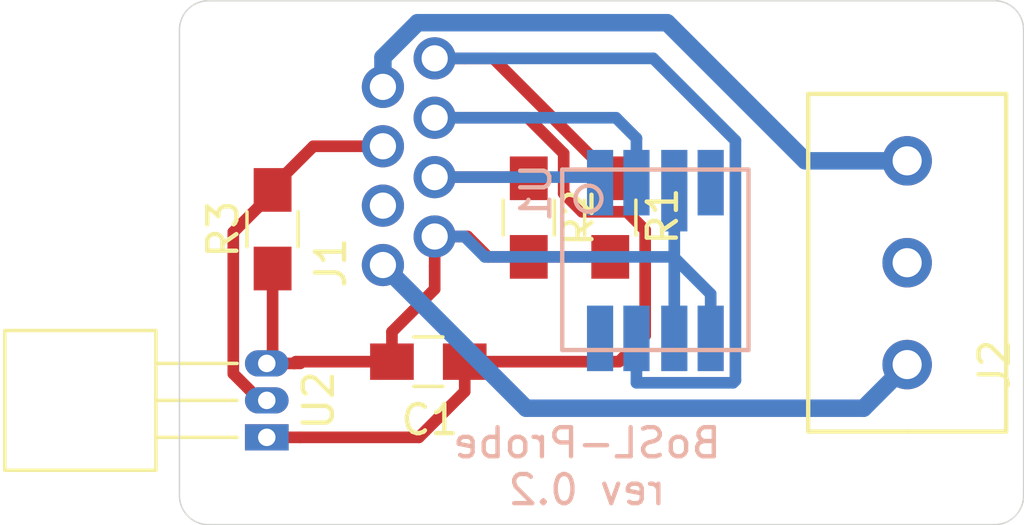
<source format=kicad_pcb>
(kicad_pcb (version 20171130) (host pcbnew "(5.1.5)-3")

  (general
    (thickness 1.6)
    (drawings 10)
    (tracks 68)
    (zones 0)
    (modules 8)
    (nets 8)
  )

  (page A4)
  (layers
    (0 F.Cu signal)
    (31 B.Cu signal)
    (32 B.Adhes user)
    (33 F.Adhes user)
    (34 B.Paste user)
    (35 F.Paste user)
    (36 B.SilkS user)
    (37 F.SilkS user)
    (38 B.Mask user)
    (39 F.Mask user)
    (40 Dwgs.User user)
    (41 Cmts.User user)
    (42 Eco1.User user)
    (43 Eco2.User user)
    (44 Edge.Cuts user)
    (45 Margin user)
    (46 B.CrtYd user)
    (47 F.CrtYd user)
    (48 B.Fab user hide)
    (49 F.Fab user hide)
  )

  (setup
    (last_trace_width 0.25)
    (user_trace_width 0.4)
    (user_trace_width 0.6)
    (trace_clearance 0.2)
    (zone_clearance 0.508)
    (zone_45_only no)
    (trace_min 0.2)
    (via_size 0.8)
    (via_drill 0.4)
    (via_min_size 0.4)
    (via_min_drill 0.3)
    (uvia_size 0.3)
    (uvia_drill 0.1)
    (uvias_allowed no)
    (uvia_min_size 0.2)
    (uvia_min_drill 0.1)
    (edge_width 0.05)
    (segment_width 0.2)
    (pcb_text_width 0.3)
    (pcb_text_size 1.5 1.5)
    (mod_edge_width 0.12)
    (mod_text_size 1 1)
    (mod_text_width 0.15)
    (pad_size 2.2 2.2)
    (pad_drill 1.7)
    (pad_to_mask_clearance 0.051)
    (solder_mask_min_width 0.25)
    (aux_axis_origin 0 0)
    (visible_elements 7FFFFFFF)
    (pcbplotparams
      (layerselection 0x010fc_ffffffff)
      (usegerberextensions false)
      (usegerberattributes false)
      (usegerberadvancedattributes false)
      (creategerberjobfile false)
      (excludeedgelayer true)
      (linewidth 0.100000)
      (plotframeref false)
      (viasonmask false)
      (mode 1)
      (useauxorigin false)
      (hpglpennumber 1)
      (hpglpenspeed 20)
      (hpglpendiameter 15.000000)
      (psnegative false)
      (psa4output false)
      (plotreference true)
      (plotvalue true)
      (plotinvisibletext false)
      (padsonsilk false)
      (subtractmaskfromsilk false)
      (outputformat 1)
      (mirror false)
      (drillshape 0)
      (scaleselection 1)
      (outputdirectory "../../Production Files/Gerber/"))
  )

  (net 0 "")
  (net 1 Green)
  (net 2 Orange)
  (net 3 A0)
  (net 4 A3)
  (net 5 Blue)
  (net 6 BlueHalf)
  (net 7 Brown)

  (net_class Default "This is the default net class."
    (clearance 0.2)
    (trace_width 0.25)
    (via_dia 0.8)
    (via_drill 0.4)
    (uvia_dia 0.3)
    (uvia_drill 0.1)
    (add_net A0)
    (add_net A3)
    (add_net Blue)
    (add_net BlueHalf)
    (add_net Brown)
    (add_net Green)
    (add_net Orange)
  )

  (module Project:MS5803 (layer B.Cu) (tedit 5D82E3A2) (tstamp 5D8C1521)
    (at 116.35 100 90)
    (path /5D58BA7C)
    (fp_text reference U1 (at 2.4 -4.1 270) (layer B.SilkS)
      (effects (font (size 1 1) (thickness 0.15)) (justify mirror))
    )
    (fp_text value MS5803-01BA (at 0 3.9 270) (layer B.Fab)
      (effects (font (size 1 1) (thickness 0.15)) (justify mirror))
    )
    (fp_line (start -3 -3.2) (end -3 3.2) (layer B.SilkS) (width 0.15))
    (fp_line (start -3 3.2) (end 3.2 3.2) (layer B.SilkS) (width 0.15))
    (fp_line (start 3.2 3.2) (end 3.2 -3.2) (layer B.SilkS) (width 0.15))
    (fp_line (start 3.2 -3.2) (end -3 -3.2) (layer B.SilkS) (width 0.15))
    (fp_circle (center 2.2 -2.3) (end 2.6 -2.5) (layer B.SilkS) (width 0.15))
    (pad 8 smd rect (at -2.6 -1.9 90) (size 2.25 0.9) (layers B.Cu B.Paste B.Mask)
      (solder_mask_margin 0.1))
    (pad 7 smd rect (at -2.6 -0.65 90) (size 2.25 0.9) (layers B.Cu B.Paste B.Mask)
      (net 7 Brown) (solder_mask_margin 0.1))
    (pad 6 smd rect (at -2.6 0.65 90) (size 2.25 0.9) (layers B.Cu B.Paste B.Mask)
      (net 2 Orange) (solder_mask_margin 0.1))
    (pad 5 smd rect (at -2.6 1.9 90) (size 2.25 0.9) (layers B.Cu B.Paste B.Mask)
      (net 2 Orange) (solder_mask_margin 0.1))
    (pad 1 smd rect (at 2.75 -1.9 90) (size 2.25 0.9) (layers B.Cu B.Paste B.Mask)
      (net 5 Blue) (solder_mask_margin 0.1))
    (pad 2 smd rect (at 2.75 -0.65 90) (size 2.25 0.9) (layers B.Cu B.Paste B.Mask)
      (net 1 Green) (solder_mask_margin 0.1))
    (pad 3 smd rect (at 2.475 0.65 90) (size 2.8 0.9) (layers B.Cu B.Paste B.Mask)
      (net 2 Orange) (solder_mask_margin 0.1))
    (pad 4 smd rect (at 2.75 1.9 90) (size 2.25 0.9) (layers B.Cu B.Paste B.Mask)
      (solder_mask_margin 0.1))
    (model ${KIPRJMOD}/Component/Project.pretty/MS5803.wrl
      (at (xyz 0 0 0))
      (scale (xyz 1 1 1))
      (rotate (xyz 0 0 0))
    )
  )

  (module Capacitors_SMD:C_0805_HandSoldering (layer F.Cu) (tedit 58AA84A8) (tstamp 5D8C14C5)
    (at 108.55 103.4)
    (descr "Capacitor SMD 0805, hand soldering")
    (tags "capacitor 0805")
    (path /5D55F20D)
    (attr smd)
    (fp_text reference C1 (at 0.05 2) (layer F.SilkS)
      (effects (font (size 1 1) (thickness 0.15)))
    )
    (fp_text value 100nF (at 0 1.75) (layer F.Fab)
      (effects (font (size 1 1) (thickness 0.15)))
    )
    (fp_line (start 2.25 0.87) (end -2.25 0.87) (layer F.CrtYd) (width 0.05))
    (fp_line (start 2.25 0.87) (end 2.25 -0.88) (layer F.CrtYd) (width 0.05))
    (fp_line (start -2.25 -0.88) (end -2.25 0.87) (layer F.CrtYd) (width 0.05))
    (fp_line (start -2.25 -0.88) (end 2.25 -0.88) (layer F.CrtYd) (width 0.05))
    (fp_line (start -0.5 0.85) (end 0.5 0.85) (layer F.SilkS) (width 0.12))
    (fp_line (start 0.5 -0.85) (end -0.5 -0.85) (layer F.SilkS) (width 0.12))
    (fp_line (start -1 -0.62) (end 1 -0.62) (layer F.Fab) (width 0.1))
    (fp_line (start 1 -0.62) (end 1 0.62) (layer F.Fab) (width 0.1))
    (fp_line (start 1 0.62) (end -1 0.62) (layer F.Fab) (width 0.1))
    (fp_line (start -1 0.62) (end -1 -0.62) (layer F.Fab) (width 0.1))
    (fp_text user %R (at 0 -1.75) (layer F.Fab)
      (effects (font (size 1 1) (thickness 0.15)))
    )
    (pad 2 smd rect (at 1.25 0) (size 1.5 1.25) (layers F.Cu F.Paste F.Mask)
      (net 1 Green))
    (pad 1 smd rect (at -1.25 0) (size 1.5 1.25) (layers F.Cu F.Paste F.Mask)
      (net 2 Orange))
    (model Capacitors_SMD.3dshapes/C_0805.wrl
      (at (xyz 0 0 0))
      (scale (xyz 1 1 1))
      (rotate (xyz 0 0 0))
    )
    (model ${KISYS3DMOD}/Capacitor_SMD.3dshapes/C_0805_2012Metric.wrl
      (at (xyz 0 0 0))
      (scale (xyz 1 1 1))
      (rotate (xyz 0 0 0))
    )
  )

  (module Project:RJ_45 (layer F.Cu) (tedit 5D82B9D1) (tstamp 5D8C14DD)
    (at 107 100.09 270)
    (path /5D54DE2A)
    (fp_text reference J1 (at -0.09 1.8 90) (layer F.SilkS)
      (effects (font (size 1 1) (thickness 0.15)))
    )
    (fp_text value 8P8C_Shielded (at -4 -3.4 90) (layer F.Fab)
      (effects (font (size 1 1) (thickness 0.15)))
    )
    (pad 2 thru_hole circle (at -0.99 -1.768 270) (size 1.45 1.45) (drill 0.9) (layers *.Cu *.Mask)
      (net 2 Orange))
    (pad 4 thru_hole circle (at -3.03 -1.768 270) (size 1.45 1.45) (drill 0.9) (layers *.Cu *.Mask)
      (net 5 Blue))
    (pad 6 thru_hole circle (at -5.07 -1.768 270) (size 1.45 1.45) (drill 0.9) (layers *.Cu *.Mask)
      (net 1 Green))
    (pad 8 thru_hole circle (at -7.11 -1.768 270) (size 1.45 1.45) (drill 0.9) (layers *.Cu *.Mask)
      (net 7 Brown))
    (pad 1 thru_hole circle (at -0.01 0.01 270) (size 1.45 1.45) (drill 0.9) (layers *.Cu *.Mask)
      (net 3 A0))
    (pad 7 thru_hole circle (at -6.13 0.01 270) (size 1.45 1.45) (drill 0.9) (layers *.Cu *.Mask)
      (net 4 A3))
    (pad 3 thru_hole circle (at -2.05 0.01 270) (size 1.45 1.45) (drill 0.9) (layers *.Cu *.Mask))
    (pad 5 thru_hole circle (at -4.09 0.01 270) (size 1.45 1.45) (drill 0.9) (layers *.Cu *.Mask)
      (net 6 BlueHalf))
  )

  (module Resistors_SMD:R_0805_HandSoldering (layer F.Cu) (tedit 58E0A804) (tstamp 5D8C14EE)
    (at 114.8 98.45 90)
    (descr "Resistor SMD 0805, hand soldering")
    (tags "resistor 0805")
    (path /5D55F5AF)
    (attr smd)
    (fp_text reference R1 (at 0.05 1.8 90) (layer F.SilkS)
      (effects (font (size 1 1) (thickness 0.15)))
    )
    (fp_text value "10 kΩ" (at 0 1.75 90) (layer F.Fab)
      (effects (font (size 1 1) (thickness 0.15)))
    )
    (fp_line (start 2.35 0.9) (end -2.35 0.9) (layer F.CrtYd) (width 0.05))
    (fp_line (start 2.35 0.9) (end 2.35 -0.9) (layer F.CrtYd) (width 0.05))
    (fp_line (start -2.35 -0.9) (end -2.35 0.9) (layer F.CrtYd) (width 0.05))
    (fp_line (start -2.35 -0.9) (end 2.35 -0.9) (layer F.CrtYd) (width 0.05))
    (fp_line (start -0.6 -0.88) (end 0.6 -0.88) (layer F.SilkS) (width 0.12))
    (fp_line (start 0.6 0.88) (end -0.6 0.88) (layer F.SilkS) (width 0.12))
    (fp_line (start -1 -0.62) (end 1 -0.62) (layer F.Fab) (width 0.1))
    (fp_line (start 1 -0.62) (end 1 0.62) (layer F.Fab) (width 0.1))
    (fp_line (start 1 0.62) (end -1 0.62) (layer F.Fab) (width 0.1))
    (fp_line (start -1 0.62) (end -1 -0.62) (layer F.Fab) (width 0.1))
    (fp_text user %R (at 0 0 90) (layer F.Fab)
      (effects (font (size 0.5 0.5) (thickness 0.075)))
    )
    (pad 2 smd rect (at 1.35 0 90) (size 1.5 1.3) (layers F.Cu F.Paste F.Mask)
      (net 7 Brown))
    (pad 1 smd rect (at -1.35 0 90) (size 1.5 1.3) (layers F.Cu F.Paste F.Mask)
      (net 2 Orange))
    (model ${KISYS3DMOD}/Resistors_SMD.3dshapes/R_0805.wrl
      (at (xyz 0 0 0))
      (scale (xyz 1 1 1))
      (rotate (xyz 0 0 0))
    )
    (model ${KISYS3DMOD}/Resistor_SMD.3dshapes/R_0805_2012Metric.wrl
      (at (xyz 0 0 0))
      (scale (xyz 1 1 1))
      (rotate (xyz 0 0 0))
    )
  )

  (module Resistors_SMD:R_0805_HandSoldering (layer F.Cu) (tedit 58E0A804) (tstamp 5D8C14FF)
    (at 112 98.45 270)
    (descr "Resistor SMD 0805, hand soldering")
    (tags "resistor 0805")
    (path /5D55FE88)
    (attr smd)
    (fp_text reference R2 (at 0 -1.7 90) (layer F.SilkS)
      (effects (font (size 1 1) (thickness 0.15)))
    )
    (fp_text value "10 kΩ" (at 0 1.75 90) (layer F.Fab)
      (effects (font (size 1 1) (thickness 0.15)))
    )
    (fp_text user %R (at 0 0 90) (layer F.Fab)
      (effects (font (size 0.5 0.5) (thickness 0.075)))
    )
    (fp_line (start -1 0.62) (end -1 -0.62) (layer F.Fab) (width 0.1))
    (fp_line (start 1 0.62) (end -1 0.62) (layer F.Fab) (width 0.1))
    (fp_line (start 1 -0.62) (end 1 0.62) (layer F.Fab) (width 0.1))
    (fp_line (start -1 -0.62) (end 1 -0.62) (layer F.Fab) (width 0.1))
    (fp_line (start 0.6 0.88) (end -0.6 0.88) (layer F.SilkS) (width 0.12))
    (fp_line (start -0.6 -0.88) (end 0.6 -0.88) (layer F.SilkS) (width 0.12))
    (fp_line (start -2.35 -0.9) (end 2.35 -0.9) (layer F.CrtYd) (width 0.05))
    (fp_line (start -2.35 -0.9) (end -2.35 0.9) (layer F.CrtYd) (width 0.05))
    (fp_line (start 2.35 0.9) (end 2.35 -0.9) (layer F.CrtYd) (width 0.05))
    (fp_line (start 2.35 0.9) (end -2.35 0.9) (layer F.CrtYd) (width 0.05))
    (pad 1 smd rect (at -1.35 0 270) (size 1.5 1.3) (layers F.Cu F.Paste F.Mask)
      (net 5 Blue))
    (pad 2 smd rect (at 1.35 0 270) (size 1.5 1.3) (layers F.Cu F.Paste F.Mask)
      (net 2 Orange))
    (model ${KISYS3DMOD}/Resistors_SMD.3dshapes/R_0805.wrl
      (at (xyz 0 0 0))
      (scale (xyz 1 1 1))
      (rotate (xyz 0 0 0))
    )
    (model ${KISYS3DMOD}/Resistor_SMD.3dshapes/R_0805_2012Metric.wrl
      (at (xyz 0 0 0))
      (scale (xyz 1 1 1))
      (rotate (xyz 0 0 0))
    )
  )

  (module Resistors_SMD:R_0805_HandSoldering (layer F.Cu) (tedit 58E0A804) (tstamp 5D8C1510)
    (at 103.2 98.85 90)
    (descr "Resistor SMD 0805, hand soldering")
    (tags "resistor 0805")
    (path /5D56B6B6)
    (attr smd)
    (fp_text reference R3 (at 0 -1.7 90) (layer F.SilkS)
      (effects (font (size 1 1) (thickness 0.15)))
    )
    (fp_text value "4.7 kΩ" (at 0 1.75 90) (layer F.Fab)
      (effects (font (size 1 1) (thickness 0.15)))
    )
    (fp_line (start 2.35 0.9) (end -2.35 0.9) (layer F.CrtYd) (width 0.05))
    (fp_line (start 2.35 0.9) (end 2.35 -0.9) (layer F.CrtYd) (width 0.05))
    (fp_line (start -2.35 -0.9) (end -2.35 0.9) (layer F.CrtYd) (width 0.05))
    (fp_line (start -2.35 -0.9) (end 2.35 -0.9) (layer F.CrtYd) (width 0.05))
    (fp_line (start -0.6 -0.88) (end 0.6 -0.88) (layer F.SilkS) (width 0.12))
    (fp_line (start 0.6 0.88) (end -0.6 0.88) (layer F.SilkS) (width 0.12))
    (fp_line (start -1 -0.62) (end 1 -0.62) (layer F.Fab) (width 0.1))
    (fp_line (start 1 -0.62) (end 1 0.62) (layer F.Fab) (width 0.1))
    (fp_line (start 1 0.62) (end -1 0.62) (layer F.Fab) (width 0.1))
    (fp_line (start -1 0.62) (end -1 -0.62) (layer F.Fab) (width 0.1))
    (fp_text user %R (at 0 0 90) (layer F.Fab)
      (effects (font (size 0.5 0.5) (thickness 0.075)))
    )
    (pad 2 smd rect (at 1.35 0 90) (size 1.5 1.3) (layers F.Cu F.Paste F.Mask)
      (net 6 BlueHalf))
    (pad 1 smd rect (at -1.35 0 90) (size 1.5 1.3) (layers F.Cu F.Paste F.Mask)
      (net 2 Orange))
    (model ${KISYS3DMOD}/Resistors_SMD.3dshapes/R_0805.wrl
      (at (xyz 0 0 0))
      (scale (xyz 1 1 1))
      (rotate (xyz 0 0 0))
    )
    (model ${KISYS3DMOD}/Resistor_SMD.3dshapes/R_0805_2012Metric.wrl
      (at (xyz 0 0 0))
      (scale (xyz 1 1 1))
      (rotate (xyz 0 0 0))
    )
  )

  (module TO_SOT_Packages_THT:TO-92_Horizontal2_Inline_Narrow_Oval (layer F.Cu) (tedit 58CE52AF) (tstamp 5D8C153B)
    (at 103 106 90)
    (descr "TO-92 horizontal, leads in-line, narrow, oval pads, drill 0.6mm (see NXP sot054_po.pdf)")
    (tags "to-92 sc-43 sc-43a sot54 PA33 transistor")
    (path /5D568B46)
    (fp_text reference U2 (at 1.27 1.78 90) (layer F.SilkS)
      (effects (font (size 1 1) (thickness 0.15)))
    )
    (fp_text value DS18B20 (at 1.27 -10.03 90) (layer F.Fab)
      (effects (font (size 1 1) (thickness 0.15)))
    )
    (fp_line (start 3.81 1) (end -1.27 1) (layer F.CrtYd) (width 0.05))
    (fp_line (start 3.81 1) (end 3.81 -9.14) (layer F.CrtYd) (width 0.05))
    (fp_line (start -1.27 -9.14) (end -1.27 1) (layer F.CrtYd) (width 0.05))
    (fp_line (start -1.27 -9.14) (end 3.81 -9.14) (layer F.CrtYd) (width 0.05))
    (fp_line (start -1.13 -9) (end -1.13 -3.81) (layer F.SilkS) (width 0.12))
    (fp_line (start 3.67 -9) (end -1.13 -9) (layer F.SilkS) (width 0.12))
    (fp_line (start 3.67 -3.81) (end 3.67 -9) (layer F.SilkS) (width 0.12))
    (fp_line (start -1.13 -3.81) (end 3.67 -3.81) (layer F.SilkS) (width 0.12))
    (fp_line (start 2.54 -1.02) (end 2.54 -3.81) (layer F.SilkS) (width 0.12))
    (fp_line (start 1.27 -1.02) (end 1.27 -3.81) (layer F.SilkS) (width 0.12))
    (fp_line (start 0 -1.02) (end 0 -3.81) (layer F.SilkS) (width 0.12))
    (fp_line (start 3.56 -8.89) (end -1.02 -8.89) (layer F.Fab) (width 0.1))
    (fp_line (start 3.56 -3.94) (end 3.56 -8.89) (layer F.Fab) (width 0.1))
    (fp_line (start -1.02 -3.94) (end 3.56 -3.94) (layer F.Fab) (width 0.1))
    (fp_line (start -1.02 -8.89) (end -1.02 -3.94) (layer F.Fab) (width 0.1))
    (fp_line (start 0 -3.94) (end 0 -1.02) (layer F.Fab) (width 0.1))
    (fp_line (start 1.27 -3.94) (end 1.27 -1.02) (layer F.Fab) (width 0.1))
    (fp_line (start 2.54 -3.94) (end 2.54 -1.02) (layer F.Fab) (width 0.1))
    (fp_text user %R (at 1.27 1.78 90) (layer F.Fab)
      (effects (font (size 1 1) (thickness 0.15)))
    )
    (pad 1 thru_hole rect (at 0 0 270) (size 0.9 1.5) (drill 0.6) (layers *.Cu *.Mask)
      (net 1 Green))
    (pad 3 thru_hole oval (at 2.54 0 270) (size 0.9 1.5) (drill 0.6) (layers *.Cu *.Mask)
      (net 2 Orange))
    (pad 2 thru_hole oval (at 1.27 0 270) (size 0.9 1.5) (drill 0.6) (layers *.Cu *.Mask)
      (net 6 BlueHalf))
    (model ${KISYS3DMOD}/TO_SOT_Packages_THT.3dshapes/TO-92_Horizontal2_Inline_Narrow_Oval.wrl
      (offset (xyz 1.269999980926514 0 0))
      (scale (xyz 1 1 1))
      (rotate (xyz 0 0 90))
    )
    (model ${KISYS3DMOD}/Package_TO_SOT_THT.3dshapes/TO-92_Inline_Horizontal2.wrl
      (at (xyz 0 0 0))
      (scale (xyz 1 1 1))
      (rotate (xyz 0 0 0))
    )
  )

  (module Project:Screw_Terminals_1x3_3.5mm (layer F.Cu) (tedit 5DD1EF07) (tstamp 5DD1F03E)
    (at 125 103.5 90)
    (path /5DCE746A)
    (fp_text reference J2 (at 0 3 90) (layer F.SilkS)
      (effects (font (size 1 1) (thickness 0.15)))
    )
    (fp_text value Screw_Terminal_01x03 (at 8.3 -4.4 90) (layer F.Fab)
      (effects (font (size 1 1) (thickness 0.15)))
    )
    (fp_line (start -2.3 0) (end -2.3 3.4) (layer F.SilkS) (width 0.15))
    (fp_line (start -2.3 3.4) (end 9.3 3.4) (layer F.SilkS) (width 0.15))
    (fp_line (start 9.3 3.4) (end 9.3 -3.4) (layer F.SilkS) (width 0.15))
    (fp_line (start 9.3 -3.4) (end -2.3 -3.4) (layer F.SilkS) (width 0.15))
    (fp_line (start -2.3 -3.4) (end -2.3 0) (layer F.SilkS) (width 0.15))
    (pad 3 thru_hole circle (at 7 0 90) (size 1.7 1.7) (drill 1) (layers *.Cu *.Mask)
      (net 4 A3))
    (pad 1 thru_hole circle (at 0 0 90) (size 1.7 1.7) (drill 1) (layers *.Cu *.Mask)
      (net 3 A0))
    (pad 2 thru_hole circle (at 3.5 0 90) (size 1.7 1.7) (drill 1) (layers *.Cu *.Mask))
  )

  (gr_text "BoSL-Probe\nrev 0.2" (at 114 107) (layer B.SilkS)
    (effects (font (size 1 1) (thickness 0.15)) (justify mirror))
  )
  (gr_arc (start 128 92) (end 129 92) (angle -90) (layer Edge.Cuts) (width 0.05))
  (gr_arc (start 128 108) (end 128 109) (angle -90) (layer Edge.Cuts) (width 0.05))
  (gr_arc (start 101 108) (end 100 108) (angle -90) (layer Edge.Cuts) (width 0.05))
  (gr_arc (start 101 92) (end 101 91) (angle -90) (layer Edge.Cuts) (width 0.05))
  (gr_line (start 129 92) (end 129 108) (layer Edge.Cuts) (width 0.05) (tstamp 5D955396))
  (gr_line (start 101 109) (end 128 109) (layer Edge.Cuts) (width 0.05))
  (gr_line (start 100 100) (end 100 108) (layer Edge.Cuts) (width 0.05))
  (gr_line (start 101 91) (end 128 91) (layer Edge.Cuts) (width 0.05))
  (gr_line (start 100 100) (end 100 92) (layer Edge.Cuts) (width 0.05))

  (segment (start 115.7 95.725) (end 115.7 97.25) (width 0.4) (layer B.Cu) (net 1) (status 20))
  (segment (start 114.995 95.02) (end 115.7 95.725) (width 0.4) (layer B.Cu) (net 1))
  (segment (start 108.768 95.02) (end 114.995 95.02) (width 0.4) (layer B.Cu) (net 1) (status 10))
  (segment (start 104.15 106) (end 103 106) (width 0.4) (layer F.Cu) (net 1) (status 20))
  (segment (start 108.225 106) (end 104.15 106) (width 0.4) (layer F.Cu) (net 1))
  (segment (start 109.8 104.425) (end 108.225 106) (width 0.4) (layer F.Cu) (net 1))
  (segment (start 109.8 103.4) (end 109.8 104.425) (width 0.4) (layer F.Cu) (net 1) (status 10))
  (segment (start 113.2 96.248542) (end 111.971458 95.02) (width 0.4) (layer F.Cu) (net 1))
  (segment (start 111.971458 95.02) (end 108.768 95.02) (width 0.4) (layer F.Cu) (net 1) (status 20))
  (segment (start 113.2 97.620002) (end 113.2 96.248542) (width 0.4) (layer F.Cu) (net 1))
  (segment (start 116 102.5) (end 116 98.879998) (width 0.4) (layer F.Cu) (net 1))
  (segment (start 109.8 103.4) (end 115.1 103.4) (width 0.4) (layer F.Cu) (net 1) (status 10))
  (segment (start 116 98.879998) (end 115.370003 98.250001) (width 0.4) (layer F.Cu) (net 1))
  (segment (start 115.1 103.4) (end 116 102.5) (width 0.4) (layer F.Cu) (net 1))
  (segment (start 115.370003 98.250001) (end 113.829999 98.250001) (width 0.4) (layer F.Cu) (net 1))
  (segment (start 113.829999 98.250001) (end 113.2 97.620002) (width 0.4) (layer F.Cu) (net 1))
  (segment (start 117 99.825) (end 117 99.8) (width 0.4) (layer B.Cu) (net 2))
  (segment (start 118.25 101.075) (end 117 99.825) (width 0.4) (layer B.Cu) (net 2))
  (segment (start 118.25 102.6) (end 118.25 101.075) (width 0.4) (layer B.Cu) (net 2) (status 10))
  (segment (start 117 102.6) (end 117 99.8) (width 0.4) (layer B.Cu) (net 2) (status 10))
  (segment (start 117 99.8) (end 117 97.525) (width 0.4) (layer B.Cu) (net 2) (status 20))
  (segment (start 110.493304 99.8) (end 117 99.8) (width 0.4) (layer B.Cu) (net 2))
  (segment (start 109.793304 99.1) (end 110.493304 99.8) (width 0.4) (layer B.Cu) (net 2))
  (segment (start 108.768 99.1) (end 109.793304 99.1) (width 0.4) (layer B.Cu) (net 2) (status 10))
  (segment (start 108.768 99.1) (end 108.768 100.125304) (width 0.4) (layer F.Cu) (net 2) (status 10))
  (segment (start 104 103.4) (end 103.94 103.46) (width 0.4) (layer F.Cu) (net 2))
  (segment (start 107.3 103.4) (end 104 103.4) (width 0.4) (layer F.Cu) (net 2) (status 10))
  (segment (start 104.15 103.46) (end 103.94 103.46) (width 0.4) (layer F.Cu) (net 2))
  (segment (start 103.94 103.46) (end 103 103.46) (width 0.4) (layer F.Cu) (net 2) (status 20))
  (segment (start 108.768 100.907) (end 108.768 100.125304) (width 0.4) (layer F.Cu) (net 2))
  (segment (start 107.3 102.375) (end 108.768 100.907) (width 0.4) (layer F.Cu) (net 2))
  (segment (start 107.3 103.4) (end 107.3 102.375) (width 0.4) (layer F.Cu) (net 2) (status 10))
  (segment (start 112 99.8) (end 110.6 99.8) (width 0.4) (layer F.Cu) (net 2) (status 10))
  (segment (start 109.9 99.1) (end 108.768 99.1) (width 0.4) (layer F.Cu) (net 2) (status 20))
  (segment (start 110.6 99.8) (end 109.9 99.1) (width 0.4) (layer F.Cu) (net 2))
  (segment (start 103.2 103.26) (end 103 103.46) (width 0.4) (layer F.Cu) (net 2) (status 30))
  (segment (start 103.2 100.2) (end 103.2 103.26) (width 0.4) (layer F.Cu) (net 2) (status 30))
  (segment (start 114.8 99.8) (end 112 99.8) (width 0.4) (layer F.Cu) (net 2) (status 30))
  (segment (start 106.99 100.08) (end 111.91 105) (width 0.6) (layer B.Cu) (net 3) (status 10))
  (segment (start 123.5 105) (end 111.91 105) (width 0.6) (layer B.Cu) (net 3))
  (segment (start 125 103.5) (end 123.5 105) (width 0.6) (layer B.Cu) (net 3))
  (segment (start 121.5 96.5) (end 125 96.5) (width 0.6) (layer B.Cu) (net 4))
  (segment (start 116.754999 91.754999) (end 121.5 96.5) (width 0.6) (layer B.Cu) (net 4))
  (segment (start 108.179999 91.754999) (end 116.754999 91.754999) (width 0.6) (layer B.Cu) (net 4))
  (segment (start 106.99 93.96) (end 106.99 92.944998) (width 0.6) (layer B.Cu) (net 4))
  (segment (start 106.99 92.944998) (end 108.179999 91.754999) (width 0.6) (layer B.Cu) (net 4))
  (segment (start 114.26 97.06) (end 114.45 97.25) (width 0.4) (layer B.Cu) (net 5) (status 30))
  (segment (start 108.768 97.06) (end 114.26 97.06) (width 0.4) (layer B.Cu) (net 5) (status 30))
  (segment (start 111.96 97.06) (end 112 97.1) (width 0.4) (layer F.Cu) (net 5) (status 30))
  (segment (start 108.768 97.06) (end 111.96 97.06) (width 0.4) (layer F.Cu) (net 5) (status 30))
  (segment (start 103.2 97.4) (end 103.2 97.5) (width 0.4) (layer F.Cu) (net 6) (status 30))
  (segment (start 104.6 96) (end 103.2 97.4) (width 0.4) (layer F.Cu) (net 6) (status 20))
  (segment (start 106.99 96) (end 104.6 96) (width 0.4) (layer F.Cu) (net 6) (status 10))
  (segment (start 103.2 97.6) (end 103.2 97.5) (width 0.4) (layer F.Cu) (net 6) (status 30))
  (segment (start 101.84999 98.95001) (end 103.2 97.6) (width 0.4) (layer F.Cu) (net 6) (status 20))
  (segment (start 101.84999 103.812085) (end 101.84999 98.95001) (width 0.4) (layer F.Cu) (net 6))
  (segment (start 102.767905 104.73) (end 101.84999 103.812085) (width 0.4) (layer F.Cu) (net 6) (status 10))
  (segment (start 103 104.73) (end 102.767905 104.73) (width 0.4) (layer F.Cu) (net 6) (status 30))
  (segment (start 115.7 104.125) (end 115.7 102.6) (width 0.4) (layer B.Cu) (net 7) (status 20))
  (segment (start 119.020001 104.125001) (end 115.7 104.125) (width 0.4) (layer B.Cu) (net 7))
  (segment (start 119.100001 104.045001) (end 119.020001 104.125001) (width 0.4) (layer B.Cu) (net 7))
  (segment (start 119.100001 95.804999) (end 119.100001 104.045001) (width 0.4) (layer B.Cu) (net 7))
  (segment (start 116.275002 92.98) (end 119.100001 95.804999) (width 0.4) (layer B.Cu) (net 7))
  (segment (start 108.768 92.98) (end 116.275002 92.98) (width 0.4) (layer B.Cu) (net 7) (status 10))
  (segment (start 109.793304 92.98) (end 108.768 92.98) (width 0.4) (layer F.Cu) (net 7) (status 20))
  (segment (start 110.78 92.98) (end 109.793304 92.98) (width 0.4) (layer F.Cu) (net 7))
  (segment (start 114.8 97) (end 110.78 92.98) (width 0.4) (layer F.Cu) (net 7) (status 10))
  (segment (start 114.8 97.1) (end 114.8 97) (width 0.4) (layer F.Cu) (net 7) (status 30))

)

</source>
